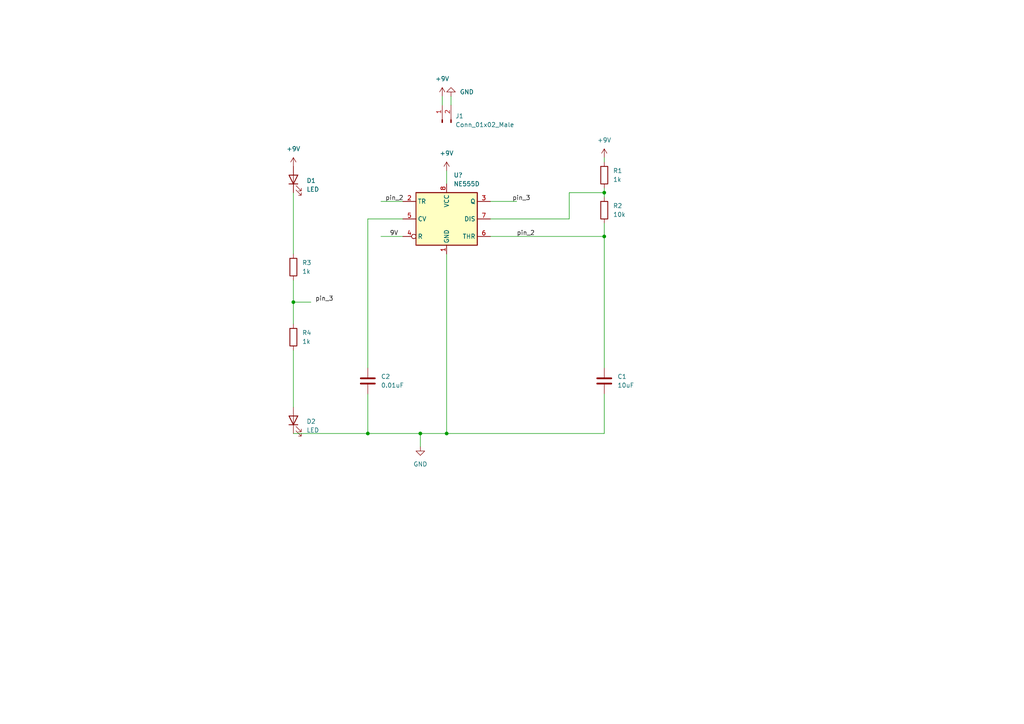
<source format=kicad_sch>
(kicad_sch (version 20211123) (generator eeschema)

  (uuid 2d70a6e8-45d7-4a5e-aa77-b39c2c21f900)

  (paper "A4")

  (lib_symbols
    (symbol "Connector:Conn_01x02_Male" (pin_names (offset 1.016) hide) (in_bom yes) (on_board yes)
      (property "Reference" "J" (id 0) (at 0 2.54 0)
        (effects (font (size 1.27 1.27)))
      )
      (property "Value" "Conn_01x02_Male" (id 1) (at 0 -5.08 0)
        (effects (font (size 1.27 1.27)))
      )
      (property "Footprint" "" (id 2) (at 0 0 0)
        (effects (font (size 1.27 1.27)) hide)
      )
      (property "Datasheet" "~" (id 3) (at 0 0 0)
        (effects (font (size 1.27 1.27)) hide)
      )
      (property "ki_keywords" "connector" (id 4) (at 0 0 0)
        (effects (font (size 1.27 1.27)) hide)
      )
      (property "ki_description" "Generic connector, single row, 01x02, script generated (kicad-library-utils/schlib/autogen/connector/)" (id 5) (at 0 0 0)
        (effects (font (size 1.27 1.27)) hide)
      )
      (property "ki_fp_filters" "Connector*:*_1x??_*" (id 6) (at 0 0 0)
        (effects (font (size 1.27 1.27)) hide)
      )
      (symbol "Conn_01x02_Male_1_1"
        (polyline
          (pts
            (xy 1.27 -2.54)
            (xy 0.8636 -2.54)
          )
          (stroke (width 0.1524) (type default) (color 0 0 0 0))
          (fill (type none))
        )
        (polyline
          (pts
            (xy 1.27 0)
            (xy 0.8636 0)
          )
          (stroke (width 0.1524) (type default) (color 0 0 0 0))
          (fill (type none))
        )
        (rectangle (start 0.8636 -2.413) (end 0 -2.667)
          (stroke (width 0.1524) (type default) (color 0 0 0 0))
          (fill (type outline))
        )
        (rectangle (start 0.8636 0.127) (end 0 -0.127)
          (stroke (width 0.1524) (type default) (color 0 0 0 0))
          (fill (type outline))
        )
        (pin passive line (at 5.08 0 180) (length 3.81)
          (name "Pin_1" (effects (font (size 1.27 1.27))))
          (number "1" (effects (font (size 1.27 1.27))))
        )
        (pin passive line (at 5.08 -2.54 180) (length 3.81)
          (name "Pin_2" (effects (font (size 1.27 1.27))))
          (number "2" (effects (font (size 1.27 1.27))))
        )
      )
    )
    (symbol "Device:C" (pin_numbers hide) (pin_names (offset 0.254)) (in_bom yes) (on_board yes)
      (property "Reference" "C" (id 0) (at 0.635 2.54 0)
        (effects (font (size 1.27 1.27)) (justify left))
      )
      (property "Value" "C" (id 1) (at 0.635 -2.54 0)
        (effects (font (size 1.27 1.27)) (justify left))
      )
      (property "Footprint" "" (id 2) (at 0.9652 -3.81 0)
        (effects (font (size 1.27 1.27)) hide)
      )
      (property "Datasheet" "~" (id 3) (at 0 0 0)
        (effects (font (size 1.27 1.27)) hide)
      )
      (property "ki_keywords" "cap capacitor" (id 4) (at 0 0 0)
        (effects (font (size 1.27 1.27)) hide)
      )
      (property "ki_description" "Unpolarized capacitor" (id 5) (at 0 0 0)
        (effects (font (size 1.27 1.27)) hide)
      )
      (property "ki_fp_filters" "C_*" (id 6) (at 0 0 0)
        (effects (font (size 1.27 1.27)) hide)
      )
      (symbol "C_0_1"
        (polyline
          (pts
            (xy -2.032 -0.762)
            (xy 2.032 -0.762)
          )
          (stroke (width 0.508) (type default) (color 0 0 0 0))
          (fill (type none))
        )
        (polyline
          (pts
            (xy -2.032 0.762)
            (xy 2.032 0.762)
          )
          (stroke (width 0.508) (type default) (color 0 0 0 0))
          (fill (type none))
        )
      )
      (symbol "C_1_1"
        (pin passive line (at 0 3.81 270) (length 2.794)
          (name "~" (effects (font (size 1.27 1.27))))
          (number "1" (effects (font (size 1.27 1.27))))
        )
        (pin passive line (at 0 -3.81 90) (length 2.794)
          (name "~" (effects (font (size 1.27 1.27))))
          (number "2" (effects (font (size 1.27 1.27))))
        )
      )
    )
    (symbol "Device:LED" (pin_numbers hide) (pin_names (offset 1.016) hide) (in_bom yes) (on_board yes)
      (property "Reference" "D" (id 0) (at 0 2.54 0)
        (effects (font (size 1.27 1.27)))
      )
      (property "Value" "LED" (id 1) (at 0 -2.54 0)
        (effects (font (size 1.27 1.27)))
      )
      (property "Footprint" "" (id 2) (at 0 0 0)
        (effects (font (size 1.27 1.27)) hide)
      )
      (property "Datasheet" "~" (id 3) (at 0 0 0)
        (effects (font (size 1.27 1.27)) hide)
      )
      (property "ki_keywords" "LED diode" (id 4) (at 0 0 0)
        (effects (font (size 1.27 1.27)) hide)
      )
      (property "ki_description" "Light emitting diode" (id 5) (at 0 0 0)
        (effects (font (size 1.27 1.27)) hide)
      )
      (property "ki_fp_filters" "LED* LED_SMD:* LED_THT:*" (id 6) (at 0 0 0)
        (effects (font (size 1.27 1.27)) hide)
      )
      (symbol "LED_0_1"
        (polyline
          (pts
            (xy -1.27 -1.27)
            (xy -1.27 1.27)
          )
          (stroke (width 0.254) (type default) (color 0 0 0 0))
          (fill (type none))
        )
        (polyline
          (pts
            (xy -1.27 0)
            (xy 1.27 0)
          )
          (stroke (width 0) (type default) (color 0 0 0 0))
          (fill (type none))
        )
        (polyline
          (pts
            (xy 1.27 -1.27)
            (xy 1.27 1.27)
            (xy -1.27 0)
            (xy 1.27 -1.27)
          )
          (stroke (width 0.254) (type default) (color 0 0 0 0))
          (fill (type none))
        )
        (polyline
          (pts
            (xy -3.048 -0.762)
            (xy -4.572 -2.286)
            (xy -3.81 -2.286)
            (xy -4.572 -2.286)
            (xy -4.572 -1.524)
          )
          (stroke (width 0) (type default) (color 0 0 0 0))
          (fill (type none))
        )
        (polyline
          (pts
            (xy -1.778 -0.762)
            (xy -3.302 -2.286)
            (xy -2.54 -2.286)
            (xy -3.302 -2.286)
            (xy -3.302 -1.524)
          )
          (stroke (width 0) (type default) (color 0 0 0 0))
          (fill (type none))
        )
      )
      (symbol "LED_1_1"
        (pin passive line (at -3.81 0 0) (length 2.54)
          (name "K" (effects (font (size 1.27 1.27))))
          (number "1" (effects (font (size 1.27 1.27))))
        )
        (pin passive line (at 3.81 0 180) (length 2.54)
          (name "A" (effects (font (size 1.27 1.27))))
          (number "2" (effects (font (size 1.27 1.27))))
        )
      )
    )
    (symbol "Device:R" (pin_numbers hide) (pin_names (offset 0)) (in_bom yes) (on_board yes)
      (property "Reference" "R" (id 0) (at 2.032 0 90)
        (effects (font (size 1.27 1.27)))
      )
      (property "Value" "R" (id 1) (at 0 0 90)
        (effects (font (size 1.27 1.27)))
      )
      (property "Footprint" "" (id 2) (at -1.778 0 90)
        (effects (font (size 1.27 1.27)) hide)
      )
      (property "Datasheet" "~" (id 3) (at 0 0 0)
        (effects (font (size 1.27 1.27)) hide)
      )
      (property "ki_keywords" "R res resistor" (id 4) (at 0 0 0)
        (effects (font (size 1.27 1.27)) hide)
      )
      (property "ki_description" "Resistor" (id 5) (at 0 0 0)
        (effects (font (size 1.27 1.27)) hide)
      )
      (property "ki_fp_filters" "R_*" (id 6) (at 0 0 0)
        (effects (font (size 1.27 1.27)) hide)
      )
      (symbol "R_0_1"
        (rectangle (start -1.016 -2.54) (end 1.016 2.54)
          (stroke (width 0.254) (type default) (color 0 0 0 0))
          (fill (type none))
        )
      )
      (symbol "R_1_1"
        (pin passive line (at 0 3.81 270) (length 1.27)
          (name "~" (effects (font (size 1.27 1.27))))
          (number "1" (effects (font (size 1.27 1.27))))
        )
        (pin passive line (at 0 -3.81 90) (length 1.27)
          (name "~" (effects (font (size 1.27 1.27))))
          (number "2" (effects (font (size 1.27 1.27))))
        )
      )
    )
    (symbol "Timer:NE555D" (in_bom yes) (on_board yes)
      (property "Reference" "U" (id 0) (at -10.16 8.89 0)
        (effects (font (size 1.27 1.27)) (justify left))
      )
      (property "Value" "NE555D" (id 1) (at 2.54 8.89 0)
        (effects (font (size 1.27 1.27)) (justify left))
      )
      (property "Footprint" "Package_SO:SOIC-8_3.9x4.9mm_P1.27mm" (id 2) (at 21.59 -10.16 0)
        (effects (font (size 1.27 1.27)) hide)
      )
      (property "Datasheet" "http://www.ti.com/lit/ds/symlink/ne555.pdf" (id 3) (at 21.59 -10.16 0)
        (effects (font (size 1.27 1.27)) hide)
      )
      (property "ki_keywords" "single timer 555" (id 4) (at 0 0 0)
        (effects (font (size 1.27 1.27)) hide)
      )
      (property "ki_description" "Precision Timers, 555 compatible, SOIC-8" (id 5) (at 0 0 0)
        (effects (font (size 1.27 1.27)) hide)
      )
      (property "ki_fp_filters" "SOIC*3.9x4.9mm*P1.27mm*" (id 6) (at 0 0 0)
        (effects (font (size 1.27 1.27)) hide)
      )
      (symbol "NE555D_0_0"
        (pin power_in line (at 0 -10.16 90) (length 2.54)
          (name "GND" (effects (font (size 1.27 1.27))))
          (number "1" (effects (font (size 1.27 1.27))))
        )
        (pin power_in line (at 0 10.16 270) (length 2.54)
          (name "VCC" (effects (font (size 1.27 1.27))))
          (number "8" (effects (font (size 1.27 1.27))))
        )
      )
      (symbol "NE555D_0_1"
        (rectangle (start -8.89 -7.62) (end 8.89 7.62)
          (stroke (width 0.254) (type default) (color 0 0 0 0))
          (fill (type background))
        )
        (rectangle (start -8.89 -7.62) (end 8.89 7.62)
          (stroke (width 0.254) (type default) (color 0 0 0 0))
          (fill (type background))
        )
      )
      (symbol "NE555D_1_1"
        (pin input line (at -12.7 5.08 0) (length 3.81)
          (name "TR" (effects (font (size 1.27 1.27))))
          (number "2" (effects (font (size 1.27 1.27))))
        )
        (pin output line (at 12.7 5.08 180) (length 3.81)
          (name "Q" (effects (font (size 1.27 1.27))))
          (number "3" (effects (font (size 1.27 1.27))))
        )
        (pin input inverted (at -12.7 -5.08 0) (length 3.81)
          (name "R" (effects (font (size 1.27 1.27))))
          (number "4" (effects (font (size 1.27 1.27))))
        )
        (pin input line (at -12.7 0 0) (length 3.81)
          (name "CV" (effects (font (size 1.27 1.27))))
          (number "5" (effects (font (size 1.27 1.27))))
        )
        (pin input line (at 12.7 -5.08 180) (length 3.81)
          (name "THR" (effects (font (size 1.27 1.27))))
          (number "6" (effects (font (size 1.27 1.27))))
        )
        (pin input line (at 12.7 0 180) (length 3.81)
          (name "DIS" (effects (font (size 1.27 1.27))))
          (number "7" (effects (font (size 1.27 1.27))))
        )
      )
    )
    (symbol "power:+9V" (power) (pin_names (offset 0)) (in_bom yes) (on_board yes)
      (property "Reference" "#PWR" (id 0) (at 0 -3.81 0)
        (effects (font (size 1.27 1.27)) hide)
      )
      (property "Value" "+9V" (id 1) (at 0 3.556 0)
        (effects (font (size 1.27 1.27)))
      )
      (property "Footprint" "" (id 2) (at 0 0 0)
        (effects (font (size 1.27 1.27)) hide)
      )
      (property "Datasheet" "" (id 3) (at 0 0 0)
        (effects (font (size 1.27 1.27)) hide)
      )
      (property "ki_keywords" "global power" (id 4) (at 0 0 0)
        (effects (font (size 1.27 1.27)) hide)
      )
      (property "ki_description" "Power symbol creates a global label with name \"+9V\"" (id 5) (at 0 0 0)
        (effects (font (size 1.27 1.27)) hide)
      )
      (symbol "+9V_0_1"
        (polyline
          (pts
            (xy -0.762 1.27)
            (xy 0 2.54)
          )
          (stroke (width 0) (type default) (color 0 0 0 0))
          (fill (type none))
        )
        (polyline
          (pts
            (xy 0 0)
            (xy 0 2.54)
          )
          (stroke (width 0) (type default) (color 0 0 0 0))
          (fill (type none))
        )
        (polyline
          (pts
            (xy 0 2.54)
            (xy 0.762 1.27)
          )
          (stroke (width 0) (type default) (color 0 0 0 0))
          (fill (type none))
        )
      )
      (symbol "+9V_1_1"
        (pin power_in line (at 0 0 90) (length 0) hide
          (name "+9V" (effects (font (size 1.27 1.27))))
          (number "1" (effects (font (size 1.27 1.27))))
        )
      )
    )
    (symbol "power:GND" (power) (pin_names (offset 0)) (in_bom yes) (on_board yes)
      (property "Reference" "#PWR" (id 0) (at 0 -6.35 0)
        (effects (font (size 1.27 1.27)) hide)
      )
      (property "Value" "GND" (id 1) (at 0 -3.81 0)
        (effects (font (size 1.27 1.27)))
      )
      (property "Footprint" "" (id 2) (at 0 0 0)
        (effects (font (size 1.27 1.27)) hide)
      )
      (property "Datasheet" "" (id 3) (at 0 0 0)
        (effects (font (size 1.27 1.27)) hide)
      )
      (property "ki_keywords" "global power" (id 4) (at 0 0 0)
        (effects (font (size 1.27 1.27)) hide)
      )
      (property "ki_description" "Power symbol creates a global label with name \"GND\" , ground" (id 5) (at 0 0 0)
        (effects (font (size 1.27 1.27)) hide)
      )
      (symbol "GND_0_1"
        (polyline
          (pts
            (xy 0 0)
            (xy 0 -1.27)
            (xy 1.27 -1.27)
            (xy 0 -2.54)
            (xy -1.27 -1.27)
            (xy 0 -1.27)
          )
          (stroke (width 0) (type default) (color 0 0 0 0))
          (fill (type none))
        )
      )
      (symbol "GND_1_1"
        (pin power_in line (at 0 0 270) (length 0) hide
          (name "GND" (effects (font (size 1.27 1.27))))
          (number "1" (effects (font (size 1.27 1.27))))
        )
      )
    )
  )

  (junction (at 106.68 125.73) (diameter 0) (color 0 0 0 0)
    (uuid 867f1951-7433-4a99-8d14-593a5830138d)
  )
  (junction (at 175.26 68.58) (diameter 0) (color 0 0 0 0)
    (uuid d1aab110-2154-4f78-a8a9-273fa1587c67)
  )
  (junction (at 121.92 125.73) (diameter 0) (color 0 0 0 0)
    (uuid da61bd5f-f796-49ea-852e-52e883ce3228)
  )
  (junction (at 175.26 55.88) (diameter 0) (color 0 0 0 0)
    (uuid dc76adc7-6acf-4aa9-814c-28db235efd21)
  )
  (junction (at 129.54 125.73) (diameter 0) (color 0 0 0 0)
    (uuid e97d2780-167f-4ab8-b649-2e3b01ccbdfa)
  )
  (junction (at 85.09 87.63) (diameter 0) (color 0 0 0 0)
    (uuid ff5de2ce-ba59-4305-8542-e8af9222aaa7)
  )

  (wire (pts (xy 106.68 125.73) (xy 121.92 125.73))
    (stroke (width 0) (type default) (color 0 0 0 0))
    (uuid 17768775-2ce9-42fd-b7e3-f0031fb22ba3)
  )
  (wire (pts (xy 85.09 101.6) (xy 85.09 118.11))
    (stroke (width 0) (type default) (color 0 0 0 0))
    (uuid 20ff7b44-84d1-466b-9c2f-ef670086fe15)
  )
  (wire (pts (xy 142.24 68.58) (xy 175.26 68.58))
    (stroke (width 0) (type default) (color 0 0 0 0))
    (uuid 24bae839-1451-4d38-b303-881573a5d3f7)
  )
  (wire (pts (xy 106.68 125.73) (xy 106.68 114.3))
    (stroke (width 0) (type default) (color 0 0 0 0))
    (uuid 2cd2bdee-92b5-4220-8d3f-40d579c1961d)
  )
  (wire (pts (xy 175.26 114.3) (xy 175.26 125.73))
    (stroke (width 0) (type default) (color 0 0 0 0))
    (uuid 340aa140-6ca2-4b33-9959-f8a9867595be)
  )
  (wire (pts (xy 110.49 68.58) (xy 116.84 68.58))
    (stroke (width 0) (type default) (color 0 0 0 0))
    (uuid 343c215e-366c-4e60-9a9c-38ec19cebce6)
  )
  (wire (pts (xy 129.54 49.53) (xy 129.54 53.34))
    (stroke (width 0) (type default) (color 0 0 0 0))
    (uuid 3e763583-c4f6-48b8-a94b-626a61b200ac)
  )
  (wire (pts (xy 121.92 129.54) (xy 121.92 125.73))
    (stroke (width 0) (type default) (color 0 0 0 0))
    (uuid 3f141609-7a09-49b2-ade6-21f0189074cd)
  )
  (wire (pts (xy 106.68 106.68) (xy 106.68 63.5))
    (stroke (width 0) (type default) (color 0 0 0 0))
    (uuid 4108dbe4-b275-4192-8559-103bf5a5933b)
  )
  (wire (pts (xy 142.24 63.5) (xy 165.1 63.5))
    (stroke (width 0) (type default) (color 0 0 0 0))
    (uuid 426a315e-c70c-4d4a-839e-5217e0ba4873)
  )
  (wire (pts (xy 106.68 63.5) (xy 116.84 63.5))
    (stroke (width 0) (type default) (color 0 0 0 0))
    (uuid 453ea2c9-8d8f-4894-876b-2f1a24100ce6)
  )
  (wire (pts (xy 121.92 125.73) (xy 129.54 125.73))
    (stroke (width 0) (type default) (color 0 0 0 0))
    (uuid 57604c9c-5dd2-471b-b581-ab4d25ff5841)
  )
  (wire (pts (xy 175.26 64.77) (xy 175.26 68.58))
    (stroke (width 0) (type default) (color 0 0 0 0))
    (uuid 5ee138ae-a549-4d3b-9ad0-5bce7b7b44e8)
  )
  (wire (pts (xy 175.26 68.58) (xy 175.26 106.68))
    (stroke (width 0) (type default) (color 0 0 0 0))
    (uuid 67fd52a0-8b28-4467-be56-0a1b75e5f055)
  )
  (wire (pts (xy 130.81 27.94) (xy 130.81 30.48))
    (stroke (width 0) (type default) (color 0 0 0 0))
    (uuid 70f80bca-dcb1-425f-97c7-49147b8960a6)
  )
  (wire (pts (xy 175.26 45.72) (xy 175.26 46.99))
    (stroke (width 0) (type default) (color 0 0 0 0))
    (uuid 71fe9633-a32f-4bc7-ba7f-a51034198c4d)
  )
  (wire (pts (xy 165.1 63.5) (xy 165.1 55.88))
    (stroke (width 0) (type default) (color 0 0 0 0))
    (uuid 7c3e36ff-e1b9-4a88-8a47-5aca67e4914b)
  )
  (wire (pts (xy 128.27 27.94) (xy 128.27 30.48))
    (stroke (width 0) (type default) (color 0 0 0 0))
    (uuid 7e6bd23e-c01b-4c07-94e8-6a01e6a95cf2)
  )
  (wire (pts (xy 85.09 87.63) (xy 90.17 87.63))
    (stroke (width 0) (type default) (color 0 0 0 0))
    (uuid 8a2c6955-9a99-4c01-b8bf-24bf4996d03b)
  )
  (wire (pts (xy 85.09 87.63) (xy 85.09 93.98))
    (stroke (width 0) (type default) (color 0 0 0 0))
    (uuid 9c3125bf-a4a7-4545-bb10-1d5d00673170)
  )
  (wire (pts (xy 85.09 55.88) (xy 85.09 73.66))
    (stroke (width 0) (type default) (color 0 0 0 0))
    (uuid a8a09f47-b567-4038-b96d-595b4240dc19)
  )
  (wire (pts (xy 175.26 125.73) (xy 129.54 125.73))
    (stroke (width 0) (type default) (color 0 0 0 0))
    (uuid b7bc87dc-e5c3-40f5-b1e5-5e6e5ffab3b9)
  )
  (wire (pts (xy 175.26 55.88) (xy 175.26 57.15))
    (stroke (width 0) (type default) (color 0 0 0 0))
    (uuid bcf9cb88-7163-476b-843a-44ae5aaec168)
  )
  (wire (pts (xy 165.1 55.88) (xy 175.26 55.88))
    (stroke (width 0) (type default) (color 0 0 0 0))
    (uuid c419e47a-014a-4628-bab9-299a7957a64e)
  )
  (wire (pts (xy 175.26 54.61) (xy 175.26 55.88))
    (stroke (width 0) (type default) (color 0 0 0 0))
    (uuid c44073b5-452e-4db9-9838-511ed0b203bc)
  )
  (wire (pts (xy 129.54 73.66) (xy 129.54 125.73))
    (stroke (width 0) (type default) (color 0 0 0 0))
    (uuid c544dec2-a816-409a-a59c-418651a71d4d)
  )
  (wire (pts (xy 110.49 58.42) (xy 116.84 58.42))
    (stroke (width 0) (type default) (color 0 0 0 0))
    (uuid c6e22f6a-7ba1-4161-883a-93b20e5c8239)
  )
  (wire (pts (xy 85.09 125.73) (xy 106.68 125.73))
    (stroke (width 0) (type default) (color 0 0 0 0))
    (uuid c9be8139-1e4e-4ac0-9b83-e8b0164eee3a)
  )
  (wire (pts (xy 85.09 81.28) (xy 85.09 87.63))
    (stroke (width 0) (type default) (color 0 0 0 0))
    (uuid e94ccd3a-76f0-4228-8e1a-238fb770418f)
  )
  (wire (pts (xy 142.24 58.42) (xy 149.86 58.42))
    (stroke (width 0) (type default) (color 0 0 0 0))
    (uuid ec90b870-d9dd-487c-a180-47534762cffc)
  )

  (label "pin_3" (at 91.44 87.63 0)
    (effects (font (size 1.27 1.27)) (justify left bottom))
    (uuid 13089de5-35a4-4119-ae7f-06fb46f505c7)
  )
  (label "pin_2" (at 111.76 58.42 0)
    (effects (font (size 1.27 1.27)) (justify left bottom))
    (uuid 7fa00652-95b7-419e-aa0f-7f8239845107)
  )
  (label "pin_3" (at 148.59 58.42 0)
    (effects (font (size 1.27 1.27)) (justify left bottom))
    (uuid afed4b44-58c1-4a9f-a0b8-471c0c3a07e9)
  )
  (label "9V" (at 113.03 68.58 0)
    (effects (font (size 1.27 1.27)) (justify left bottom))
    (uuid b33d30f5-4e15-44a1-ab42-5f1f888c04ed)
  )
  (label "pin_2" (at 149.86 68.58 0)
    (effects (font (size 1.27 1.27)) (justify left bottom))
    (uuid fd67ff4e-0f23-45cd-b949-532aa365c708)
  )

  (symbol (lib_id "power:+9V") (at 175.26 45.72 0) (unit 1)
    (in_bom yes) (on_board yes) (fields_autoplaced)
    (uuid 0210ba4a-bd02-4b39-bb8e-99acbe4a69cc)
    (property "Reference" "#PWR?" (id 0) (at 175.26 49.53 0)
      (effects (font (size 1.27 1.27)) hide)
    )
    (property "Value" "+9V" (id 1) (at 175.26 40.64 0))
    (property "Footprint" "" (id 2) (at 175.26 45.72 0)
      (effects (font (size 1.27 1.27)) hide)
    )
    (property "Datasheet" "" (id 3) (at 175.26 45.72 0)
      (effects (font (size 1.27 1.27)) hide)
    )
    (pin "1" (uuid 80e5b743-8aff-4fb5-a469-a9741a3bd31a))
  )

  (symbol (lib_id "Device:R") (at 175.26 60.96 0) (unit 1)
    (in_bom yes) (on_board yes) (fields_autoplaced)
    (uuid 27ae16c9-91fe-42e1-8c9c-867c0ba7759e)
    (property "Reference" "R2" (id 0) (at 177.8 59.6899 0)
      (effects (font (size 1.27 1.27)) (justify left))
    )
    (property "Value" "10k" (id 1) (at 177.8 62.2299 0)
      (effects (font (size 1.27 1.27)) (justify left))
    )
    (property "Footprint" "" (id 2) (at 173.482 60.96 90)
      (effects (font (size 1.27 1.27)) hide)
    )
    (property "Datasheet" "~" (id 3) (at 175.26 60.96 0)
      (effects (font (size 1.27 1.27)) hide)
    )
    (pin "1" (uuid 1abe3c7c-d246-46e3-a9a7-ff3e2a0b574d))
    (pin "2" (uuid 454a50e9-b842-437b-8dd8-6974e215f087))
  )

  (symbol (lib_id "power:+9V") (at 85.09 48.26 0) (unit 1)
    (in_bom yes) (on_board yes) (fields_autoplaced)
    (uuid 4b67a249-2d19-4f49-92b2-601317cb4653)
    (property "Reference" "#PWR?" (id 0) (at 85.09 52.07 0)
      (effects (font (size 1.27 1.27)) hide)
    )
    (property "Value" "+9V" (id 1) (at 85.09 43.18 0))
    (property "Footprint" "" (id 2) (at 85.09 48.26 0)
      (effects (font (size 1.27 1.27)) hide)
    )
    (property "Datasheet" "" (id 3) (at 85.09 48.26 0)
      (effects (font (size 1.27 1.27)) hide)
    )
    (pin "1" (uuid 976cfa74-a81c-4cb2-a282-7f94ca130040))
  )

  (symbol (lib_id "Device:R") (at 175.26 50.8 0) (unit 1)
    (in_bom yes) (on_board yes) (fields_autoplaced)
    (uuid 4e90e71a-a6e2-41b7-b2be-4a0e8bad589a)
    (property "Reference" "R1" (id 0) (at 177.8 49.5299 0)
      (effects (font (size 1.27 1.27)) (justify left))
    )
    (property "Value" "1k" (id 1) (at 177.8 52.0699 0)
      (effects (font (size 1.27 1.27)) (justify left))
    )
    (property "Footprint" "" (id 2) (at 173.482 50.8 90)
      (effects (font (size 1.27 1.27)) hide)
    )
    (property "Datasheet" "~" (id 3) (at 175.26 50.8 0)
      (effects (font (size 1.27 1.27)) hide)
    )
    (pin "1" (uuid a2f76ac1-cae5-4fb3-ba1e-55da661c98cc))
    (pin "2" (uuid 67b77aa8-6fc4-4b5d-b160-49933ff58298))
  )

  (symbol (lib_id "Device:LED") (at 85.09 52.07 90) (unit 1)
    (in_bom yes) (on_board yes) (fields_autoplaced)
    (uuid 533ff930-5ec6-41bf-afb0-3f3c93f5e85a)
    (property "Reference" "D1" (id 0) (at 88.9 52.3874 90)
      (effects (font (size 1.27 1.27)) (justify right))
    )
    (property "Value" "LED" (id 1) (at 88.9 54.9274 90)
      (effects (font (size 1.27 1.27)) (justify right))
    )
    (property "Footprint" "" (id 2) (at 85.09 52.07 0)
      (effects (font (size 1.27 1.27)) hide)
    )
    (property "Datasheet" "~" (id 3) (at 85.09 52.07 0)
      (effects (font (size 1.27 1.27)) hide)
    )
    (pin "1" (uuid 854171b5-1b9a-460c-9630-15f71c0b11db))
    (pin "2" (uuid 8582f52c-85b7-4c21-9614-b8e4259fab3e))
  )

  (symbol (lib_id "power:GND") (at 121.92 129.54 0) (unit 1)
    (in_bom yes) (on_board yes) (fields_autoplaced)
    (uuid 5af47b6c-42e5-434d-87b1-25bfe51bd724)
    (property "Reference" "#PWR?" (id 0) (at 121.92 135.89 0)
      (effects (font (size 1.27 1.27)) hide)
    )
    (property "Value" "GND" (id 1) (at 121.92 134.62 0))
    (property "Footprint" "" (id 2) (at 121.92 129.54 0)
      (effects (font (size 1.27 1.27)) hide)
    )
    (property "Datasheet" "" (id 3) (at 121.92 129.54 0)
      (effects (font (size 1.27 1.27)) hide)
    )
    (pin "1" (uuid 9587efbb-938d-4fac-b64f-4fd6b32cdadd))
  )

  (symbol (lib_id "Device:LED") (at 85.09 121.92 90) (unit 1)
    (in_bom yes) (on_board yes) (fields_autoplaced)
    (uuid 74aa04fd-a935-46ff-ad1f-d7a1cbcf9b4c)
    (property "Reference" "D2" (id 0) (at 88.9 122.2374 90)
      (effects (font (size 1.27 1.27)) (justify right))
    )
    (property "Value" "LED" (id 1) (at 88.9 124.7774 90)
      (effects (font (size 1.27 1.27)) (justify right))
    )
    (property "Footprint" "" (id 2) (at 85.09 121.92 0)
      (effects (font (size 1.27 1.27)) hide)
    )
    (property "Datasheet" "~" (id 3) (at 85.09 121.92 0)
      (effects (font (size 1.27 1.27)) hide)
    )
    (pin "1" (uuid 74af1e1e-873c-41c9-a581-476381ad7757))
    (pin "2" (uuid 90fe5dc9-8c0e-4340-afee-729daa9481c5))
  )

  (symbol (lib_id "Device:R") (at 85.09 77.47 0) (unit 1)
    (in_bom yes) (on_board yes) (fields_autoplaced)
    (uuid 769ed396-b724-4d23-b65d-c024b011c67e)
    (property "Reference" "R3" (id 0) (at 87.63 76.1999 0)
      (effects (font (size 1.27 1.27)) (justify left))
    )
    (property "Value" "1k" (id 1) (at 87.63 78.7399 0)
      (effects (font (size 1.27 1.27)) (justify left))
    )
    (property "Footprint" "" (id 2) (at 83.312 77.47 90)
      (effects (font (size 1.27 1.27)) hide)
    )
    (property "Datasheet" "~" (id 3) (at 85.09 77.47 0)
      (effects (font (size 1.27 1.27)) hide)
    )
    (pin "1" (uuid 01a15b4d-8c3f-4ad2-bf83-5a68699b57bd))
    (pin "2" (uuid 584558d3-91a6-450a-a4be-689e52d33533))
  )

  (symbol (lib_id "Device:C") (at 106.68 110.49 0) (unit 1)
    (in_bom yes) (on_board yes) (fields_autoplaced)
    (uuid 79185541-fb4d-4ca2-a67f-601df8b44d6b)
    (property "Reference" "C2" (id 0) (at 110.49 109.2199 0)
      (effects (font (size 1.27 1.27)) (justify left))
    )
    (property "Value" "0.01uF" (id 1) (at 110.49 111.7599 0)
      (effects (font (size 1.27 1.27)) (justify left))
    )
    (property "Footprint" "" (id 2) (at 107.6452 114.3 0)
      (effects (font (size 1.27 1.27)) hide)
    )
    (property "Datasheet" "~" (id 3) (at 106.68 110.49 0)
      (effects (font (size 1.27 1.27)) hide)
    )
    (pin "1" (uuid 47154f06-892b-4ee2-9390-dd1608e637e9))
    (pin "2" (uuid a68b692a-a88c-43c6-bc4f-2d530f4afd7b))
  )

  (symbol (lib_id "Connector:Conn_01x02_Male") (at 128.27 35.56 90) (unit 1)
    (in_bom yes) (on_board yes) (fields_autoplaced)
    (uuid a19f3b9d-f3cc-4248-9327-8b6648df1103)
    (property "Reference" "J1" (id 0) (at 132.08 33.6549 90)
      (effects (font (size 1.27 1.27)) (justify right))
    )
    (property "Value" "Conn_01x02_Male" (id 1) (at 132.08 36.1949 90)
      (effects (font (size 1.27 1.27)) (justify right))
    )
    (property "Footprint" "" (id 2) (at 128.27 35.56 0)
      (effects (font (size 1.27 1.27)) hide)
    )
    (property "Datasheet" "~" (id 3) (at 128.27 35.56 0)
      (effects (font (size 1.27 1.27)) hide)
    )
    (pin "1" (uuid 277c450b-2c7f-418a-8564-2fa16d283996))
    (pin "2" (uuid 3122cd25-6c5a-4eda-b4bb-7ff3d76db624))
  )

  (symbol (lib_id "Timer:NE555D") (at 129.54 63.5 0) (unit 1)
    (in_bom yes) (on_board yes) (fields_autoplaced)
    (uuid b122f413-e154-4899-a033-785bcfc118a4)
    (property "Reference" "U?" (id 0) (at 131.5594 50.8 0)
      (effects (font (size 1.27 1.27)) (justify left))
    )
    (property "Value" "NE555D" (id 1) (at 131.5594 53.34 0)
      (effects (font (size 1.27 1.27)) (justify left))
    )
    (property "Footprint" "Package_SO:SOIC-8_3.9x4.9mm_P1.27mm" (id 2) (at 151.13 73.66 0)
      (effects (font (size 1.27 1.27)) hide)
    )
    (property "Datasheet" "http://www.ti.com/lit/ds/symlink/ne555.pdf" (id 3) (at 151.13 73.66 0)
      (effects (font (size 1.27 1.27)) hide)
    )
    (pin "1" (uuid 319c3b46-a96e-4b8b-9bd6-2be4d6f0f4d3))
    (pin "8" (uuid 0e80b57e-1527-4898-91c0-2e9f23fdf79e))
    (pin "2" (uuid 811732ce-e544-49f2-9579-3ad38b19ca17))
    (pin "3" (uuid 35d367ae-5534-44ba-b6f2-12eb7f74df6f))
    (pin "4" (uuid aef96c8e-5268-4bd2-bed1-83a24daa8c07))
    (pin "5" (uuid 54974ea4-b738-4e7b-b05a-92ded7f1f570))
    (pin "6" (uuid ed2fa9a3-05c3-4474-bfa3-43ac69a30006))
    (pin "7" (uuid 911976d8-85e9-42cb-83b9-5426d0c12437))
  )

  (symbol (lib_id "power:+9V") (at 128.27 27.94 0) (unit 1)
    (in_bom yes) (on_board yes) (fields_autoplaced)
    (uuid be3ebc29-de9c-4244-823b-d2207cafd605)
    (property "Reference" "#PWR?" (id 0) (at 128.27 31.75 0)
      (effects (font (size 1.27 1.27)) hide)
    )
    (property "Value" "+9V" (id 1) (at 128.27 22.86 0))
    (property "Footprint" "" (id 2) (at 128.27 27.94 0)
      (effects (font (size 1.27 1.27)) hide)
    )
    (property "Datasheet" "" (id 3) (at 128.27 27.94 0)
      (effects (font (size 1.27 1.27)) hide)
    )
    (pin "1" (uuid 15d9d7b5-0f7d-4342-903d-edc71e546034))
  )

  (symbol (lib_id "power:+9V") (at 129.54 49.53 0) (unit 1)
    (in_bom yes) (on_board yes) (fields_autoplaced)
    (uuid bf93b5c1-1f9d-49b7-b2de-e71b00f61189)
    (property "Reference" "#PWR?" (id 0) (at 129.54 53.34 0)
      (effects (font (size 1.27 1.27)) hide)
    )
    (property "Value" "+9V" (id 1) (at 129.54 44.45 0))
    (property "Footprint" "" (id 2) (at 129.54 49.53 0)
      (effects (font (size 1.27 1.27)) hide)
    )
    (property "Datasheet" "" (id 3) (at 129.54 49.53 0)
      (effects (font (size 1.27 1.27)) hide)
    )
    (pin "1" (uuid 43974f97-85a7-41aa-b779-f3f522a0b7b5))
  )

  (symbol (lib_id "Device:C") (at 175.26 110.49 0) (unit 1)
    (in_bom yes) (on_board yes) (fields_autoplaced)
    (uuid ddf5b7de-d312-47c2-87cd-9b2df8819d02)
    (property "Reference" "C1" (id 0) (at 179.07 109.2199 0)
      (effects (font (size 1.27 1.27)) (justify left))
    )
    (property "Value" "10uF" (id 1) (at 179.07 111.7599 0)
      (effects (font (size 1.27 1.27)) (justify left))
    )
    (property "Footprint" "" (id 2) (at 176.2252 114.3 0)
      (effects (font (size 1.27 1.27)) hide)
    )
    (property "Datasheet" "~" (id 3) (at 175.26 110.49 0)
      (effects (font (size 1.27 1.27)) hide)
    )
    (pin "1" (uuid bd17947e-1b62-48c9-8f27-b5e40cee6d36))
    (pin "2" (uuid 4d11f16e-bc9c-45aa-b7bd-8c4c743f7339))
  )

  (symbol (lib_id "power:GND") (at 130.81 27.94 180) (unit 1)
    (in_bom yes) (on_board yes) (fields_autoplaced)
    (uuid ea589e9d-c02e-4228-b8a1-f5ce197be5c9)
    (property "Reference" "#PWR?" (id 0) (at 130.81 21.59 0)
      (effects (font (size 1.27 1.27)) hide)
    )
    (property "Value" "GND" (id 1) (at 133.35 26.6699 0)
      (effects (font (size 1.27 1.27)) (justify right))
    )
    (property "Footprint" "" (id 2) (at 130.81 27.94 0)
      (effects (font (size 1.27 1.27)) hide)
    )
    (property "Datasheet" "" (id 3) (at 130.81 27.94 0)
      (effects (font (size 1.27 1.27)) hide)
    )
    (pin "1" (uuid 842c9667-9b1e-483c-983d-b19a531fd431))
  )

  (symbol (lib_id "Device:R") (at 85.09 97.79 0) (unit 1)
    (in_bom yes) (on_board yes) (fields_autoplaced)
    (uuid f37fcc11-dc8c-42fb-b843-9f7f483e201f)
    (property "Reference" "R4" (id 0) (at 87.63 96.5199 0)
      (effects (font (size 1.27 1.27)) (justify left))
    )
    (property "Value" "1k" (id 1) (at 87.63 99.0599 0)
      (effects (font (size 1.27 1.27)) (justify left))
    )
    (property "Footprint" "" (id 2) (at 83.312 97.79 90)
      (effects (font (size 1.27 1.27)) hide)
    )
    (property "Datasheet" "~" (id 3) (at 85.09 97.79 0)
      (effects (font (size 1.27 1.27)) hide)
    )
    (pin "1" (uuid 38050ae1-2926-4885-9a83-28267535f1ba))
    (pin "2" (uuid d1327030-c2d1-477c-ac33-2cd698ec2e4b))
  )

  (sheet_instances
    (path "/" (page "1"))
  )

  (symbol_instances
    (path "/0210ba4a-bd02-4b39-bb8e-99acbe4a69cc"
      (reference "#PWR?") (unit 1) (value "+9V") (footprint "")
    )
    (path "/4b67a249-2d19-4f49-92b2-601317cb4653"
      (reference "#PWR?") (unit 1) (value "+9V") (footprint "")
    )
    (path "/5af47b6c-42e5-434d-87b1-25bfe51bd724"
      (reference "#PWR?") (unit 1) (value "GND") (footprint "")
    )
    (path "/be3ebc29-de9c-4244-823b-d2207cafd605"
      (reference "#PWR?") (unit 1) (value "+9V") (footprint "")
    )
    (path "/bf93b5c1-1f9d-49b7-b2de-e71b00f61189"
      (reference "#PWR?") (unit 1) (value "+9V") (footprint "")
    )
    (path "/ea589e9d-c02e-4228-b8a1-f5ce197be5c9"
      (reference "#PWR?") (unit 1) (value "GND") (footprint "")
    )
    (path "/ddf5b7de-d312-47c2-87cd-9b2df8819d02"
      (reference "C1") (unit 1) (value "10uF") (footprint "")
    )
    (path "/79185541-fb4d-4ca2-a67f-601df8b44d6b"
      (reference "C2") (unit 1) (value "0.01uF") (footprint "")
    )
    (path "/533ff930-5ec6-41bf-afb0-3f3c93f5e85a"
      (reference "D1") (unit 1) (value "LED") (footprint "")
    )
    (path "/74aa04fd-a935-46ff-ad1f-d7a1cbcf9b4c"
      (reference "D2") (unit 1) (value "LED") (footprint "")
    )
    (path "/a19f3b9d-f3cc-4248-9327-8b6648df1103"
      (reference "J1") (unit 1) (value "Conn_01x02_Male") (footprint "")
    )
    (path "/4e90e71a-a6e2-41b7-b2be-4a0e8bad589a"
      (reference "R1") (unit 1) (value "1k") (footprint "")
    )
    (path "/27ae16c9-91fe-42e1-8c9c-867c0ba7759e"
      (reference "R2") (unit 1) (value "10k") (footprint "")
    )
    (path "/769ed396-b724-4d23-b65d-c024b011c67e"
      (reference "R3") (unit 1) (value "1k") (footprint "")
    )
    (path "/f37fcc11-dc8c-42fb-b843-9f7f483e201f"
      (reference "R4") (unit 1) (value "1k") (footprint "")
    )
    (path "/b122f413-e154-4899-a033-785bcfc118a4"
      (reference "U?") (unit 1) (value "NE555D") (footprint "Package_SO:SOIC-8_3.9x4.9mm_P1.27mm")
    )
  )
)

</source>
